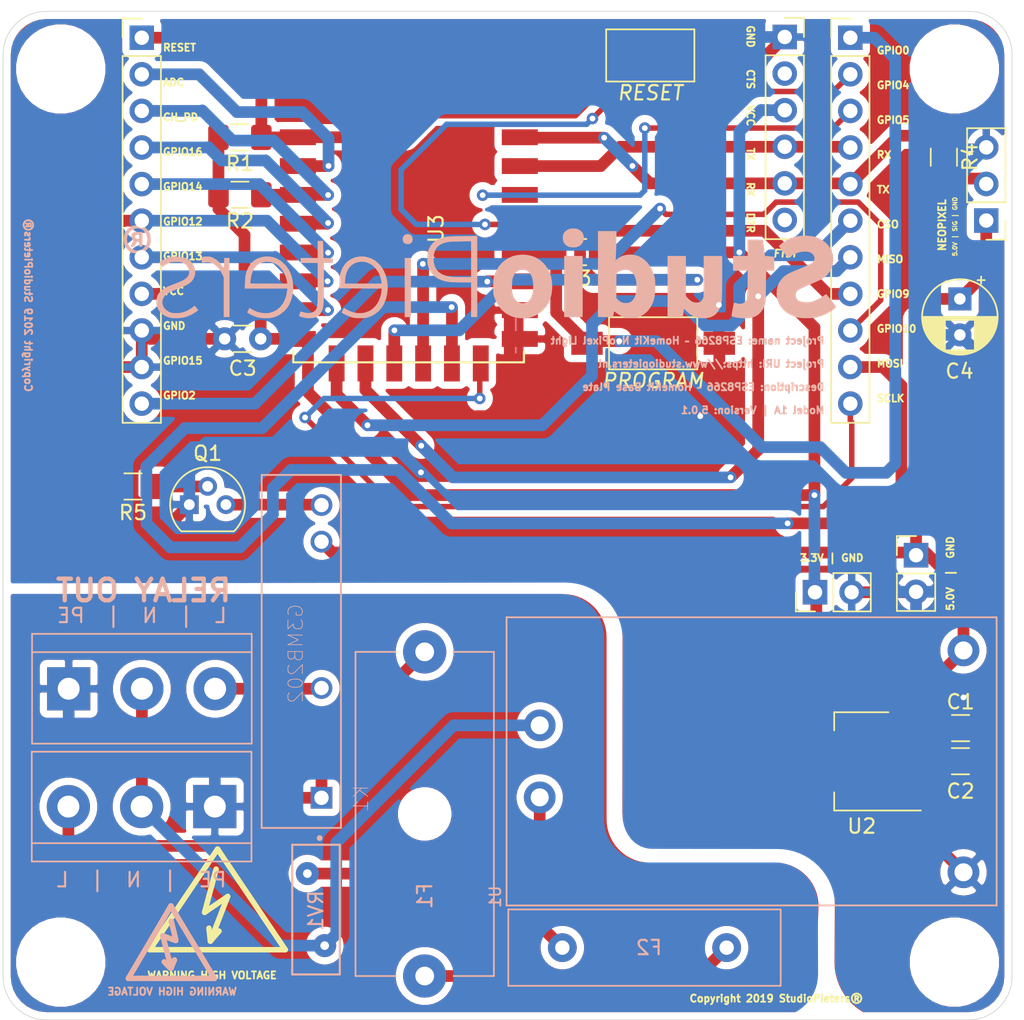
<source format=kicad_pcb>
(kicad_pcb (version 20171130) (host pcbnew "(5.1.2)-2")
  (title_block (title "ESP8266 HomeKit Base Plate") (date 2019-08-13) (rev 1.0.8) (company StudioPieters®) (comment 1 https://www.studiopieters.nl))
  (layers (0 F.Cu signal) (31 B.Cu signal) (34 B.Paste user hide) (35 F.Paste user) (36 B.SilkS user) (37 F.SilkS user) (38 B.Mask user) (39 F.Mask user) (44 Edge.Cuts user))
  (net 0 "")
  (net 1 GND)
  (net 2 5VCC)
  (net 3 3.3VCC)
  (net 4 "Net-(F1-Pad1)")
  (net 5 230V)
  (net 6 "Net-(F2-Pad1)")
  (net 7 Earth_Protective)
  (net 8 N)
  (net 9 "Net-(J2-Pad2)")
  (net 10 "Net-(J3-Pad2)")
  (net 11 RX)
  (net 12 TX)
  (net 13 "Net-(J3-Pad6)")
  (net 14 RESET)
  (net 15 ADC)
  (net 16 CH_PD)
  (net 17 GPIO16)
  (net 18 GPIO14)
  (net 19 GPIO12)
  (net 20 GPIO13)
  (net 21 GPIO2)
  (net 22 SCLK)
  (net 23 MOSI)
  (net 24 GPIO10)
  (net 25 GPIO9)
  (net 26 MISO)
  (net 27 CS0)
  (net 28 GPIO5)
  (net 29 GPIO4)
  (net 30 GPIO0)
  (net 31 "Net-(J8-Pad3)")
  (net 32 "Net-(K1-Pad4)")
  (net 33 "Net-(Q1-Pad2)")
  (module Connector_PinHeader_2.54mm:PinHeader_1x03_P2.54mm_Vertical (layer F.Cu) (at 126.45 62.01 180)
    (fp_text reference J2 hide)
    (fp_text value NEOPIXEL (at 3.06 -0.32 90) (layer F.SilkS) (effects (font (size 0.5 0.5) (thickness 0.125))))
    (pad 3 thru_hole oval (at 0 5.08 180) (size 1.7 1.7) (drill 1) (layers *.Cu *.Mask) (net 1 GND))
    (pad 2 thru_hole oval (at 0 2.54 180) (size 1.7 1.7) (drill 1) (layers *.Cu *.Mask) (net 9 "Net-(J2-Pad2)"))
    (pad 1 thru_hole rect (at 0 0 180) (size 1.7 1.7) (drill 1) (layers *.Cu *.Mask) (net 2 5VCC))
  )
  (module Connector_PinSocket_2.54mm:PinSocket_1x06_P2.54mm_Vertical (layer F.Cu) (at 112.47 49.27)
    (fp_text reference J3 hide)
    (fp_text value FTDI (at 0 15.03) (layer F.SilkS) (effects (font (size 0.5 0.5) (thickness 0.125) italic)))
    (pad 6 thru_hole oval (at 0 12.7) (size 1.7 1.7) (drill 1) (layers *.Cu *.Mask) (net 13 "Net-(J3-Pad6)"))
    (pad 5 thru_hole oval (at 0 10.16) (size 1.7 1.7) (drill 1) (layers *.Cu *.Mask) (net 12 TX))
    (pad 4 thru_hole oval (at 0 7.62) (size 1.7 1.7) (drill 1) (layers *.Cu *.Mask) (net 11 RX))
    (pad 3 thru_hole oval (at 0 5.08) (size 1.7 1.7) (drill 1) (layers *.Cu *.Mask) (net 3 3.3VCC))
    (pad 2 thru_hole oval (at 0 2.54) (size 1.7 1.7) (drill 1) (layers *.Cu *.Mask) (net 10 "Net-(J3-Pad2)"))
    (pad 1 thru_hole rect (at 0 0) (size 1.7 1.7) (drill 1) (layers *.Cu *.Mask) (net 1 GND))
  )
  (module Symbol:Symbol_HighVoltage_Type2_CopperTop_VerySmall (layer B.Cu) (at 68.2 111.82 180)
    (fp_text reference REF**)
    (fp_text value "WARNING HIGH VOLTAGE" (at -1.77 -3.71 180) (layer B.SilkS) (effects (font (size 0.5 0.5) (thickness 0.125)) (justify mirror)))
  )
  (module StudioPieters:StudioPieters_Kicad_Logo (layer B.Cu) (at 91.33 65.57 180)
    (fp_text reference G*** hide)
    (fp_text value LOGO hide)
  )
  (module Symbol:Symbol_HighVoltage_Type2_CopperTop_VerySmall (layer F.Cu) (at 73.12 109.83)
    (fp_text reference REF**)
    (fp_text value "WARNING HIGH VOLTAGE" (at -0.381 4.572) (layer F.SilkS) (effects (font (size 0.5 0.5) (thickness 0.125))))
  )
  (module RPi_Hat:RPi_Hat_Mounting_Hole (layer F.Cu) (at 62.24 51.49)
    (fp_text reference "" hide)
    (fp_text value "" hide)
    (pad "" np_thru_hole circle (at 0 0) (size 2.75 2.75) (drill 2.75) (layers *.Cu *.Mask) (clearance 1.725))
  )
  (module RPi_Hat:RPi_Hat_Mounting_Hole (layer F.Cu) (at 62.24 113.49)
    (fp_text reference "" hide)
    (fp_text value "" hide)
    (pad "" np_thru_hole circle (at 0 0) (size 2.75 2.75) (drill 2.75) (layers *.Cu *.Mask) (clearance 1.725))
  )
  (module RPi_Hat:RPi_Hat_Mounting_Hole (layer F.Cu) (at 124.24 113.49)
    (fp_text reference "" hide)
    (fp_text value "" hide)
    (pad "" np_thru_hole circle (at 0 0) (size 2.75 2.75) (drill 2.75) (layers *.Cu *.Mask) (clearance 1.725))
  )
  (module RPi_Hat:RPi_Hat_Mounting_Hole (layer F.Cu) (at 124.24 51.49)
    (fp_text reference "" hide)
    (fp_text value "" hide)
    (pad "" np_thru_hole circle (at 0 0) (size 2.75 2.75) (drill 2.75) (layers *.Cu *.Mask) (clearance 1.725))
  )
  (module Capacitor_SMD:C_1206_3216Metric_Pad1.42x1.75mm_HandSolder (layer F.Cu) (at 124.67 97.24)
    (fp_text reference C1 (at 0 -1.82) (layer F.SilkS))
    (fp_text value "10 μF 6,3V")
    (pad 2 smd roundrect (at 1.4875 0) (size 1.425 1.75) (layers F.Cu F.Paste F.Mask) (roundrect_rratio 0.175439) (net 1 GND))
    (pad 1 smd roundrect (at -1.4875 0) (size 1.425 1.75) (layers F.Cu F.Paste F.Mask) (roundrect_rratio 0.175439) (net 2 5VCC))
  )
  (module Capacitor_SMD:C_1206_3216Metric_Pad1.42x1.75mm_HandSolder (layer F.Cu) (at 124.66 99.54)
    (fp_text reference C2 (at 0.01 2.08) (layer F.SilkS))
    (fp_text value "10 μF 6,3V")
    (pad 1 smd roundrect (at -1.4875 0) (size 1.425 1.75) (layers F.Cu F.Paste F.Mask) (roundrect_rratio 0.175439) (net 3 3.3VCC))
    (pad 2 smd roundrect (at 1.4875 0) (size 1.425 1.75) (layers F.Cu F.Paste F.Mask) (roundrect_rratio 0.175439) (net 1 GND))
  )
  (module Capacitor_THT:C_Disc_D3.0mm_W1.6mm_P2.50mm (layer F.Cu) (at 76.11 70.22 180)
    (fp_text reference C3 (at 1.25 -2.05) (layer F.SilkS))
    (fp_text value 102)
    (pad 1 thru_hole circle (at 0 0 180) (size 1.6 1.6) (drill 0.8) (layers *.Cu *.Mask) (net 3 3.3VCC))
    (pad 2 thru_hole circle (at 2.5 0 180) (size 1.6 1.6) (drill 0.8) (layers *.Cu *.Mask) (net 1 GND))
  )
  (module Capacitor_THT:CP_Radial_D5.0mm_P2.50mm (layer F.Cu) (at 124.62 67.45 270)
    (fp_text reference C4 (at 5.02 0.03 180) (layer F.SilkS))
    (fp_text value "1000 µF 6.3V ")
    (pad 1 thru_hole rect (at 0 0 270) (size 1.6 1.6) (drill 0.8) (layers *.Cu *.Mask) (net 2 5VCC))
    (pad 2 thru_hole circle (at 2.5 0 270) (size 1.6 1.6) (drill 0.8) (layers *.Cu *.Mask) (net 1 GND))
  )
  (module Fuse:Fuseholder_Cylinder-5x20mm_Schurter_0031_8201_Horizontal_Open (layer B.Cu) (at 87.49 114.45 90)
    (fp_text reference F1 (at 5.56 0.01 270) (layer B.SilkS) (effects (justify mirror)))
    (fp_text value Fuse)
    (pad 1 thru_hole circle (at 0 0 90) (size 3 3) (drill 1.3) (layers *.Cu *.Mask) (net 4 "Net-(F1-Pad1)"))
    (pad 2 thru_hole circle (at 22.5 0 90) (size 3 3) (drill 1.3) (layers *.Cu *.Mask) (net 5 230V))
    (pad "" np_thru_hole circle (at 11.25 0 90) (size 2.7 2.7) (drill 2.7) (layers *.Cu *.Mask))
  )
  (module Fuse:Fuse_Littelfuse-LVR100 (layer B.Cu) (at 97.04 112.48)
    (fp_text reference F2 (at 6.01 0) (layer B.SilkS) (effects (justify mirror)))
    (fp_text value "Termal Fuse")
    (pad 1 thru_hole circle (at 0 0) (size 2 2) (drill 1) (layers *.Cu *.Mask) (net 6 "Net-(F2-Pad1)"))
    (pad 2 thru_hole circle (at 11.4 0) (size 2 2) (drill 1) (layers *.Cu *.Mask) (net 4 "Net-(F1-Pad1)"))
  )
  (module TerminalBlock:TerminalBlock_bornier-3_P5.08mm (layer B.Cu) (at 72.93 102.69 180)
    (fp_text reference J1)
    (fp_text value "PE  |  N  |  L" (at 5.08 -5.08) (layer B.SilkS) (effects (justify mirror)))
    (pad 1 thru_hole rect (at 0 0 180) (size 3 3) (drill 1.52) (layers *.Cu *.Mask) (net 7 Earth_Protective))
    (pad 2 thru_hole circle (at 5.08 0 180) (size 3 3) (drill 1.52) (layers *.Cu *.Mask) (net 8 N))
    (pad 3 thru_hole circle (at 10.16 0 180) (size 3 3) (drill 1.52) (layers *.Cu *.Mask) (net 5 230V))
  )
  (module Connector_PinHeader_2.54mm:PinHeader_1x11_P2.54mm_Vertical (layer F.Cu) (at 67.86 49.32)
    (fp_text reference J4 hide)
    (fp_text value Conn_01x11)
    (pad 1 thru_hole rect (at 0 0) (size 1.7 1.7) (drill 1) (layers *.Cu *.Mask) (net 14 RESET))
    (pad 2 thru_hole oval (at 0 2.54) (size 1.7 1.7) (drill 1) (layers *.Cu *.Mask) (net 15 ADC))
    (pad 3 thru_hole oval (at 0 5.08) (size 1.7 1.7) (drill 1) (layers *.Cu *.Mask) (net 16 CH_PD))
    (pad 4 thru_hole oval (at 0 7.62) (size 1.7 1.7) (drill 1) (layers *.Cu *.Mask) (net 17 GPIO16))
    (pad 5 thru_hole oval (at 0 10.16) (size 1.7 1.7) (drill 1) (layers *.Cu *.Mask) (net 18 GPIO14))
    (pad 6 thru_hole oval (at 0 12.7) (size 1.7 1.7) (drill 1) (layers *.Cu *.Mask) (net 19 GPIO12))
    (pad 7 thru_hole oval (at 0 15.24) (size 1.7 1.7) (drill 1) (layers *.Cu *.Mask) (net 20 GPIO13))
    (pad 8 thru_hole oval (at 0 17.78) (size 1.7 1.7) (drill 1) (layers *.Cu *.Mask) (net 3 3.3VCC))
    (pad 9 thru_hole oval (at 0 20.32) (size 1.7 1.7) (drill 1) (layers *.Cu *.Mask) (net 1 GND))
    (pad 10 thru_hole oval (at 0 22.86) (size 1.7 1.7) (drill 1) (layers *.Cu *.Mask) (net 1 GND))
    (pad 11 thru_hole oval (at 0 25.4) (size 1.7 1.7) (drill 1) (layers *.Cu *.Mask) (net 21 GPIO2))
  )
  (module Connector_PinHeader_2.54mm:PinHeader_1x11_P2.54mm_Vertical (layer F.Cu) (at 117.02 49.32)
    (fp_text reference J5 hide)
    (fp_text value Conn_01x11)
    (pad 11 thru_hole oval (at 0 25.4) (size 1.7 1.7) (drill 1) (layers *.Cu *.Mask) (net 22 SCLK))
    (pad 10 thru_hole oval (at 0 22.86) (size 1.7 1.7) (drill 1) (layers *.Cu *.Mask) (net 23 MOSI))
    (pad 9 thru_hole oval (at 0 20.32) (size 1.7 1.7) (drill 1) (layers *.Cu *.Mask) (net 24 GPIO10))
    (pad 8 thru_hole oval (at 0 17.78) (size 1.7 1.7) (drill 1) (layers *.Cu *.Mask) (net 25 GPIO9))
    (pad 7 thru_hole oval (at 0 15.24) (size 1.7 1.7) (drill 1) (layers *.Cu *.Mask) (net 26 MISO))
    (pad 6 thru_hole oval (at 0 12.7) (size 1.7 1.7) (drill 1) (layers *.Cu *.Mask) (net 27 CS0))
    (pad 5 thru_hole oval (at 0 10.16) (size 1.7 1.7) (drill 1) (layers *.Cu *.Mask) (net 12 TX))
    (pad 4 thru_hole oval (at 0 7.62) (size 1.7 1.7) (drill 1) (layers *.Cu *.Mask) (net 11 RX))
    (pad 3 thru_hole oval (at 0 5.08) (size 1.7 1.7) (drill 1) (layers *.Cu *.Mask) (net 28 GPIO5))
    (pad 2 thru_hole oval (at 0 2.54) (size 1.7 1.7) (drill 1) (layers *.Cu *.Mask) (net 29 GPIO4))
    (pad 1 thru_hole rect (at 0 0) (size 1.7 1.7) (drill 1) (layers *.Cu *.Mask) (net 30 GPIO0))
  )
  (module Connector_PinHeader_2.54mm:PinHeader_1x02_P2.54mm_Vertical (layer F.Cu) (at 114.57 87.81 90)
    (fp_text reference "3.3V | GND" (at 2.38 1.16) (layer F.SilkS) (effects (font (size 0.5 0.5) (thickness 0.125))))
    (fp_text value Conn_01x02)
    (pad 2 thru_hole oval (at 0 2.54 90) (size 1.7 1.7) (drill 1) (layers *.Cu *.Mask) (net 1 GND))
    (pad 1 thru_hole rect (at 0 0 90) (size 1.7 1.7) (drill 1) (layers *.Cu *.Mask) (net 3 3.3VCC))
  )
  (module Connector_PinHeader_2.54mm:PinHeader_1x02_P2.54mm_Vertical (layer F.Cu) (at 121.58 85.24)
    (fp_text reference "5.0V  |  GND" (at 2.38 1.27 -90) (layer F.SilkS) (effects (font (size 0.5 0.5) (thickness 0.125))))
    (fp_text value Conn_01x02)
    (pad 1 thru_hole rect (at 0 0) (size 1.7 1.7) (drill 1) (layers *.Cu *.Mask) (net 2 5VCC))
    (pad 2 thru_hole oval (at 0 2.54) (size 1.7 1.7) (drill 1) (layers *.Cu *.Mask) (net 1 GND))
  )
  (module TerminalBlock:TerminalBlock_bornier-3_P5.08mm (layer B.Cu) (at 62.79 94.51)
    (fp_text reference J8)
    (fp_text value "L  |  N  |  PE" (at 5.08 -5.08) (layer B.SilkS) (effects (justify mirror)))
    (pad 3 thru_hole circle (at 10.16 0) (size 3 3) (drill 1.52) (layers *.Cu *.Mask) (net 31 "Net-(J8-Pad3)"))
    (pad 2 thru_hole circle (at 5.08 0) (size 3 3) (drill 1.52) (layers *.Cu *.Mask) (net 8 N))
    (pad 1 thru_hole rect (at 0 0) (size 3 3) (drill 1.52) (layers *.Cu *.Mask) (net 7 Earth_Protective))
  )
  (module G3MB-202P:RELAY_G3MB202PDC12 (layer B.Cu) (at 78.93 91.92 90)
    (fp_text reference K1 (at -10.2246 4.14091 270) (layer B.SilkS) (effects (font (size 1.00143 1.00143) (thickness 0.05)) (justify mirror)))
    (fp_text value G3MB202 (at -0.15 -0.39 270) (layer B.SilkS) (effects (font (size 1.00306 1.00306) (thickness 0.05)) (justify mirror)))
    (pad 4 thru_hole circle (at 10.16 1.4 270) (size 1.508 1.508) (drill 1) (layers *.Cu *.Mask) (net 32 "Net-(K1-Pad4)"))
    (pad 3 thru_hole circle (at 7.62 1.4 270) (size 1.508 1.508) (drill 1) (layers *.Cu *.Mask) (net 2 5VCC))
    (pad 2 thru_hole circle (at -2.54 1.4 270) (size 1.508 1.508) (drill 1) (layers *.Cu *.Mask) (net 31 "Net-(J8-Pad3)"))
    (pad 1 thru_hole rect (at -10.16 1.4 270) (size 1.508 1.508) (drill 1) (layers *.Cu *.Mask) (net 5 230V))
  )
  (module Package_TO_SOT_THT:TO-92 (layer F.Cu) (at 71.16 81.73)
    (fp_text reference Q1 (at 1.27 -3.56) (layer F.SilkS))
    (fp_text value 2N2219)
    (pad 2 thru_hole circle (at 1.27 -1.27 90) (size 1.3 1.3) (drill 0.75) (layers *.Cu *.Mask) (net 33 "Net-(Q1-Pad2)"))
    (pad 3 thru_hole circle (at 2.54 0 90) (size 1.3 1.3) (drill 0.75) (layers *.Cu *.Mask) (net 32 "Net-(K1-Pad4)"))
    (pad 1 thru_hole rect (at 0 0 90) (size 1.3 1.3) (drill 0.75) (layers *.Cu *.Mask) (net 1 GND))
  )
  (module Resistor_SMD:R_1206_3216Metric_Pad1.42x1.75mm_HandSolder (layer F.Cu) (at 74.67 56.24 180)
    (fp_text reference R1 (at 0 -1.82) (layer F.SilkS))
    (fp_text value 10KΩ)
    (pad 1 smd roundrect (at -1.4875 0 180) (size 1.425 1.75) (layers F.Cu F.Paste F.Mask) (roundrect_rratio 0.175439) (net 14 RESET))
    (pad 2 smd roundrect (at 1.4875 0 180) (size 1.425 1.75) (layers F.Cu F.Paste F.Mask) (roundrect_rratio 0.175439) (net 3 3.3VCC))
  )
  (module Resistor_SMD:R_1206_3216Metric_Pad1.42x1.75mm_HandSolder (layer F.Cu) (at 74.67 60.22 180)
    (fp_text reference R2 (at 0 -1.82) (layer F.SilkS))
    (fp_text value 10KΩ)
    (pad 1 smd roundrect (at -1.4875 0 180) (size 1.425 1.75) (layers F.Cu F.Paste F.Mask) (roundrect_rratio 0.175439) (net 16 CH_PD))
    (pad 2 smd roundrect (at 1.4875 0 180) (size 1.425 1.75) (layers F.Cu F.Paste F.Mask) (roundrect_rratio 0.175439) (net 3 3.3VCC))
  )
  (module Resistor_SMD:R_1206_3216Metric_Pad1.42x1.75mm_HandSolder (layer F.Cu) (at 98.1 64.2 180)
    (fp_text reference R3 (at 0 -1.82) (layer F.SilkS))
    (fp_text value 10KΩ)
    (pad 2 smd roundrect (at 1.4875 0 180) (size 1.425 1.75) (layers F.Cu F.Paste F.Mask) (roundrect_rratio 0.175439) (net 30 GPIO0))
    (pad 1 smd roundrect (at -1.4875 0 180) (size 1.425 1.75) (layers F.Cu F.Paste F.Mask) (roundrect_rratio 0.175439) (net 3 3.3VCC))
  )
  (module Resistor_SMD:R_1206_3216Metric_Pad1.42x1.75mm_HandSolder (layer F.Cu) (at 123.51 57.61 270)
    (fp_text reference R4 (at 0 -1.82 90) (layer F.SilkS))
    (fp_text value 470Ω)
    (pad 2 smd roundrect (at 1.4875 0 270) (size 1.425 1.75) (layers F.Cu F.Paste F.Mask) (roundrect_rratio 0.175439) (net 9 "Net-(J2-Pad2)"))
    (pad 1 smd roundrect (at -1.4875 0 270) (size 1.425 1.75) (layers F.Cu F.Paste F.Mask) (roundrect_rratio 0.175439) (net 12 TX))
  )
  (module Resistor_SMD:R_1206_3216Metric_Pad1.42x1.75mm_HandSolder (layer F.Cu) (at 67.25 80.47 180)
    (fp_text reference R5 (at 0 -1.82) (layer F.SilkS))
    (fp_text value 470Ω)
    (pad 1 smd roundrect (at -1.4875 0 180) (size 1.425 1.75) (layers F.Cu F.Paste F.Mask) (roundrect_rratio 0.175439) (net 33 "Net-(Q1-Pad2)"))
    (pad 2 smd roundrect (at 1.4875 0 180) (size 1.425 1.75) (layers F.Cu F.Paste F.Mask) (roundrect_rratio 0.175439) (net 19 GPIO12))
  )
  (module Varistor:RV_Disc_D9mm_W3.3mm_P5mm (layer B.Cu) (at 79.35 107.34 270)
    (fp_text reference RV1 (at 2.57 -0.59 90) (layer B.SilkS) (effects (justify mirror)))
    (fp_text value Varistor)
    (pad 1 thru_hole circle (at 0 0 270) (size 1.6 1.6) (drill 0.6) (layers *.Cu *.Mask) (net 6 "Net-(F2-Pad1)"))
    (pad 2 thru_hole circle (at 5 -1.2 270) (size 1.6 1.6) (drill 0.6) (layers *.Cu *.Mask) (net 8 N))
  )
  (module Button_Switch_SMD:SW_SPST_FSMSM (layer F.Cu) (at 103.14 50.55 180)
    (fp_text reference RESET (at 0 -2.6) (layer F.SilkS) (effects (font (thickness 0.15) italic)))
    (fp_text value RESET)
    (pad 1 smd rect (at -4.59 0 180) (size 2.18 1.6) (layers F.Cu F.Paste F.Mask) (net 1 GND))
    (pad 2 smd rect (at 4.59 0 180) (size 2.18 1.6) (layers F.Cu F.Paste F.Mask) (net 14 RESET))
  )
  (module Button_Switch_SMD:SW_SPST_FSMSM (layer F.Cu) (at 103.34 70.53 180)
    (fp_text reference PROGRAM (at 0 -2.6) (layer F.SilkS) (effects (font (thickness 0.15) italic)))
    (fp_text value PROGRAM)
    (pad 2 smd rect (at 4.59 0 180) (size 2.18 1.6) (layers F.Cu F.Paste F.Mask) (net 30 GPIO0))
    (pad 1 smd rect (at -4.59 0 180) (size 2.18 1.6) (layers F.Cu F.Paste F.Mask) (net 1 GND))
  )
  (module HLK-PMXX:HLK-PM01 (layer B.Cu) (at 110.17 99.55)
    (fp_text reference U1 (at -17.78 9.398 -90) (layer B.SilkS) (effects (font (size 0.762 0.762) (thickness 0.127)) (justify mirror)))
    (fp_text value HLK-PM01)
    (pad 1 thru_hole circle (at -14.7 2.5) (size 2.2 2.2) (drill 1.25) (layers *.Cu *.Mask) (net 6 "Net-(F2-Pad1)"))
    (pad 2 thru_hole circle (at -14.7 -2.5) (size 2.2 2.2) (drill 1.25) (layers *.Cu *.Mask) (net 8 N))
    (pad 3 thru_hole circle (at 14.7 7.7) (size 2.2 2.2) (drill 1.25) (layers *.Cu *.Mask) (net 1 GND))
    (pad 4 thru_hole circle (at 14.7 -7.7) (size 2.2 2.2) (drill 1.25) (layers *.Cu *.Mask) (net 2 5VCC))
  )
  (module Package_TO_SOT_SMD:SOT-223-3_TabPin2 (layer F.Cu) (at 117.81 99.55 180)
    (fp_text reference U2 (at 0 -4.5) (layer F.SilkS))
    (fp_text value AMS1117-3.3)
    (pad 2 smd rect (at 3.15 0 180) (size 2 3.8) (layers F.Cu F.Paste F.Mask) (net 3 3.3VCC))
    (pad 2 smd rect (at -3.15 0 180) (size 2 1.5) (layers F.Cu F.Paste F.Mask) (net 3 3.3VCC))
    (pad 3 smd rect (at -3.15 2.3 180) (size 2 1.5) (layers F.Cu F.Paste F.Mask) (net 2 5VCC))
    (pad 1 smd rect (at -3.15 -2.3 180) (size 2 1.5) (layers F.Cu F.Paste F.Mask) (net 1 GND))
  )
  (module ESP8266:ESP-12E_SMD (layer F.Cu) (at 79.39 56.23)
    (fp_text reference U3 (at 8.89 6.35 90) (layer F.SilkS))
    (fp_text value ESP-12F hide)
    (pad 1 smd rect (at 0 0) (size 2.5 1.1) (drill (offset -0.7 0)) (layers F.Cu F.Paste F.Mask) (net 14 RESET))
    (pad 2 smd rect (at 0 2) (size 2.5 1.1) (drill (offset -0.7 0)) (layers F.Cu F.Paste F.Mask) (net 15 ADC))
    (pad 3 smd rect (at 0 4) (size 2.5 1.1) (drill (offset -0.7 0)) (layers F.Cu F.Paste F.Mask) (net 16 CH_PD))
    (pad 4 smd rect (at 0 6) (size 2.5 1.1) (drill (offset -0.7 0)) (layers F.Cu F.Paste F.Mask) (net 17 GPIO16))
    (pad 5 smd rect (at 0 8) (size 2.5 1.1) (drill (offset -0.7 0)) (layers F.Cu F.Paste F.Mask) (net 18 GPIO14))
    (pad 6 smd rect (at 0 10) (size 2.5 1.1) (drill (offset -0.7 0)) (layers F.Cu F.Paste F.Mask) (net 19 GPIO12))
    (pad 7 smd rect (at 0 12) (size 2.5 1.1) (drill (offset -0.7 0)) (layers F.Cu F.Paste F.Mask) (net 20 GPIO13))
    (pad 8 smd rect (at 0 14) (size 2.5 1.1) (drill (offset -0.7 0)) (layers F.Cu F.Paste F.Mask) (net 3 3.3VCC))
    (pad 9 smd rect (at 14 14) (size 2.5 1.1) (drill (offset 0.7 0)) (layers F.Cu F.Paste F.Mask) (net 1 GND))
    (pad 10 smd rect (at 14 12) (size 2.5 1.1) (drill (offset 0.7 0)) (layers F.Cu F.Paste F.Mask) (net 1 GND))
    (pad 11 smd rect (at 14 10) (size 2.5 1.1) (drill (offset 0.7 0)) (layers F.Cu F.Paste F.Mask) (net 21 GPIO2))
    (pad 12 smd rect (at 14 8) (size 2.5 1.1) (drill (offset 0.7 0)) (layers F.Cu F.Paste F.Mask) (net 30 GPIO0))
    (pad 13 smd rect (at 14 6) (size 2.5 1.1) (drill (offset 0.7 0)) (layers F.Cu F.Paste F.Mask) (net 29 GPIO4))
    (pad 14 smd rect (at 14 4) (size 2.5 1.1) (drill (offset 0.7 0)) (layers F.Cu F.Paste F.Mask) (net 28 GPIO5))
    (pad 15 smd rect (at 14 2) (size 2.5 1.1) (drill (offset 0.7 0)) (layers F.Cu F.Paste F.Mask) (net 11 RX))
    (pad 16 smd rect (at 14 0) (size 2.5 1.1) (drill (offset 0.7 0)) (layers F.Cu F.Paste F.Mask) (net 12 TX))
    (pad 17 smd rect (at 1.99 15 90) (size 2.5 1.1) (drill (offset -0.7 0)) (layers F.Cu F.Paste F.Mask) (net 27 CS0))
    (pad 18 smd rect (at 3.99 15 90) (size 2.5 1.1) (drill (offset -0.7 0)) (layers F.Cu F.Paste F.Mask) (net 26 MISO))
    (pad 19 smd rect (at 5.99 15 90) (size 2.5 1.1) (drill (offset -0.7 0)) (layers F.Cu F.Paste F.Mask) (net 25 GPIO9))
    (pad 20 smd rect (at 7.99 15 90) (size 2.5 1.1) (drill (offset -0.7 0)) (layers F.Cu F.Paste F.Mask) (net 24 GPIO10))
    (pad 21 smd rect (at 9.99 15 90) (size 2.5 1.1) (drill (offset -0.7 0)) (layers F.Cu F.Paste F.Mask) (net 23 MOSI))
    (pad 22 smd rect (at 11.99 15 90) (size 2.5 1.1) (drill (offset -0.7 0)) (layers F.Cu F.Paste F.Mask) (net 22 SCLK))
  )
  (gr_text "Copyright 2019 StudioPieters®" (at 59.98 67.89 -90) (layer B.SilkS) (effects (font (size 0.5 0.5) (thickness 0.125)) (justify mirror)))
  (gr_text "RELAY OUT" (at 67.98 87.69) (layer B.SilkS) (effects (font (size 1.5 1.5) (thickness 0.3)) (justify mirror)))
  (gr_text "5.0V | SIG | GND" (at 124.28 62.43 90) (layer F.SilkS) (effects (font (size 0.3 0.3) (thickness 0.075))))
  (gr_text "GND    CTS   VCC    TX    RX   DTR" (at 110.09 48.39 270) (layer F.SilkS) (effects (font (size 0.5 0.5) (thickness 0.125)) (justify left)))
  (gr_text "RESET\n\n\nADC\n\n\nCH_PD\n\n\nGPIO16\n\n\nGPIO14\n\n\nGPIO12\n\n\nGPIO13\n\n\nVCC\n\n\nGND\n\n\nGPIO15\n\n\nGPIO2" (at 69.27 62.08) (layer F.SilkS) (effects (font (size 0.5 0.5) (thickness 0.125)) (justify left)))
  (gr_text "GPIO0\n\n\nGPIO4\n\n\nGPIO5\n\n\nRX\n\n\nTX\n\n\nCSO\n\n\nMISO\n\n\nGPIO9\n\n\nGPIO10\n\n\nMOSI\n\n\nSCLK" (at 118.79 62.28) (layer F.SilkS) (effects (font (size 0.5 0.5) (thickness 0.125)) (justify left)))
  (gr_line (start 128.24 114.49) (end 128.24 50.49) (layer Edge.Cuts) (width 0.05))
  (gr_line (start 61.24 117.49) (end 125.24 117.49) (layer Edge.Cuts) (width 0.05))
  (gr_line (start 58.24 50.49) (end 58.24 114.49) (layer Edge.Cuts) (width 0.05))
  (gr_line (start 61.24 47.49) (end 125.24 47.49) (layer Edge.Cuts) (width 0.05))
  (gr_text "Project name: ESP8266 – HomeKit NeoPixel Light\n\nProject URI: https://www.studiopieters.nl\n\nDescription: ESP8266 – HomeKit Base Plate\n\nModel 1A | Version: 5.0.1" (at 115.28 72.76) (layer B.SilkS) (effects (font (size 0.5 0.5) (thickness 0.125)) (justify left mirror)))
  (gr_text "Copyright 2019 StudioPieters®" (at 111.88 116.01) (layer F.SilkS) (effects (font (size 0.5 0.5) (thickness 0.125))))
  (gr_arc (start 125.24 50.49) (end 128.24 50.49) (angle -90) (layer Edge.Cuts) (width 0.05))
  (gr_arc (start 125.24 114.49) (end 125.24 117.49) (angle -90) (layer Edge.Cuts) (width 0.05))
  (gr_arc (start 61.24 114.49) (end 58.24 114.49) (angle -90) (layer Edge.Cuts) (width 0.05))
  (gr_arc (start 61.24 50.49) (end 61.24 47.49) (angle -90) (layer Edge.Cuts) (width 0.05))
  (segment (start 120.96 103.34) (end 124.87 107.25) (width 0.8128) (layer F.Cu) (net 1))
  (segment (start 120.96 101.85) (end 120.96 103.34) (width 0.8128) (layer F.Cu) (net 1))
  (segment (start 123.8375 101.85) (end 126.1475 99.54) (width 0.8128) (layer F.Cu) (net 1))
  (segment (start 120.96 101.85) (end 123.8375 101.85) (width 0.8128) (layer F.Cu) (net 1))
  (segment (start 126.1475 97.25) (end 126.1575 97.24) (width 0.8128) (layer F.Cu) (net 1))
  (segment (start 126.1475 99.54) (end 126.1475 97.25) (width 0.8128) (layer F.Cu) (net 1))
  (segment (start 121.55 87.81) (end 121.58 87.78) (width 0.8128) (layer F.Cu) (net 1))
  (segment (start 117.11 87.81) (end 121.55 87.81) (width 0.8128) (layer F.Cu) (net 1))
  (via (at 124.87 95.11) (size 0.8) (drill 0.4) (layers F.Cu B.Cu) (net 1))
  (segment (start 121.58 87.78) (end 121.58 91.82) (width 0.8128) (layer B.Cu) (net 1))
  (segment (start 121.58 91.82) (end 124.87 95.11) (width 0.8128) (layer B.Cu) (net 1))
  (segment (start 124.87 95.11) (end 125.93 95.11) (width 0.8128) (layer F.Cu) (net 1))
  (segment (start 126.1575 95.3375) (end 126.1575 97.24) (width 0.8128) (layer F.Cu) (net 1))
  (segment (start 125.93 95.11) (end 126.1575 95.3375) (width 0.8128) (layer F.Cu) (net 1))
  (segment (start 71.16 81.73) (end 69.89 83) (width 0.8128) (layer F.Cu) (net 1))
  (segment (start 68.968852 83) (end 67.22 81.251148) (width 0.8128) (layer F.Cu) (net 1))
  (segment (start 69.89 83) (end 68.968852 83) (width 0.8128) (layer F.Cu) (net 1))
  (segment (start 67.22 81.251148) (end 67.22 79.26) (width 0.8128) (layer F.Cu) (net 1))
  (segment (start 67.22 79.26) (end 63.88 75.92) (width 0.8128) (layer F.Cu) (net 1))
  (segment (start 63.88 75.92) (end 63.88 72.9) (width 0.8128) (layer F.Cu) (net 1))
  (segment (start 64.6 72.18) (end 67.86 72.18) (width 0.8128) (layer F.Cu) (net 1))
  (segment (start 63.88 72.9) (end 64.6 72.18) (width 0.8128) (layer F.Cu) (net 1))
  (segment (start 67.86 72.18) (end 67.86 69.64) (width 0.8128) (layer F.Cu) (net 1))
  (segment (start 68.44 70.22) (end 67.86 69.64) (width 0.8128) (layer F.Cu) (net 1))
  (segment (start 73.61 70.22) (end 68.44 70.22) (width 0.8128) (layer F.Cu) (net 1))
  (segment (start 111.19 50.55) (end 112.47 49.27) (width 0.8128) (layer F.Cu) (net 1))
  (segment (start 107.73 50.55) (end 111.19 50.55) (width 0.8128) (layer F.Cu) (net 1))
  (segment (start 124.62 69.95) (end 125.96 71.29) (width 0.8128) (layer B.Cu) (net 1))
  (segment (start 122.782081 87.78) (end 121.58 87.78) (width 0.8128) (layer B.Cu) (net 1))
  (segment (start 125.96 84.602081) (end 122.782081 87.78) (width 0.8128) (layer B.Cu) (net 1))
  (segment (start 125.96 71.29) (end 125.96 84.602081) (width 0.8128) (layer B.Cu) (net 1))
  (segment (start 123.48863 69.95) (end 122.55 69.01137) (width 0.8128) (layer B.Cu) (net 1))
  (segment (start 124.62 69.95) (end 123.48863 69.95) (width 0.8128) (layer B.Cu) (net 1))
  (segment (start 122.55 60.83) (end 126.45 56.93) (width 0.8128) (layer B.Cu) (net 1))
  (segment (start 122.55 69.01137) (end 122.55 60.83) (width 0.8128) (layer B.Cu) (net 1))
  (segment (start 93.39 68.23) (end 93.39 70.23) (width 0.8128) (layer F.Cu) (net 1))
  (segment (start 93.39 70.23) (end 93.39 71.64) (width 0.8128) (layer F.Cu) (net 1))
  (segment (start 93.39 71.64) (end 97.34 75.59) (width 0.8128) (layer F.Cu) (net 1))
  (segment (start 97.34 75.59) (end 106.61 75.59) (width 0.8128) (layer F.Cu) (net 1))
  (segment (start 107.93 74.27) (end 107.93 70.53) (width 0.8128) (layer F.Cu) (net 1))
  (segment (start 106.61 75.59) (end 107.93 74.27) (width 0.8128) (layer F.Cu) (net 1))
  (via (at 87.23 79.49) (size 0.8) (drill 0.4) (layers F.Cu B.Cu) (net 1))
  (segment (start 97.34 75.59) (end 91.13 75.59) (width 0.8128) (layer F.Cu) (net 1))
  (segment (start 91.13 75.59) (end 87.23 79.49) (width 0.8128) (layer F.Cu) (net 1))
  (segment (start 87.23 79.49) (end 85.17 77.43) (width 0.8128) (layer B.Cu) (net 1))
  (segment (start 85.17 77.43) (end 72.32 77.43) (width 0.8128) (layer B.Cu) (net 1))
  (segment (start 71.16 78.59) (end 71.16 81.73) (width 0.8128) (layer B.Cu) (net 1))
  (segment (start 72.32 77.43) (end 71.16 78.59) (width 0.8128) (layer B.Cu) (net 1))
  (segment (start 110.8072 49.27) (end 109.86 50.2172) (width 0.8128) (layer B.Cu) (net 1))
  (segment (start 112.47 49.27) (end 110.8072 49.27) (width 0.8128) (layer B.Cu) (net 1))
  (segment (start 109.86 50.2172) (end 109.86 53.34) (width 0.8128) (layer B.Cu) (net 1))
  (via (at 107.9 67.87) (size 0.8) (drill 0.4) (layers F.Cu B.Cu) (net 1))
  (segment (start 109.86 53.34) (end 107.9 55.3) (width 0.8128) (layer B.Cu) (net 1))
  (segment (start 107.9 55.3) (end 107.9 67.87) (width 0.8128) (layer B.Cu) (net 1))
  (segment (start 107.9 70.5) (end 107.93 70.53) (width 0.8128) (layer F.Cu) (net 1))
  (segment (start 107.9 67.87) (end 107.9 70.5) (width 0.8128) (layer F.Cu) (net 1))
  (segment (start 120.377919 87.78) (end 115.78 83.182081) (width 0.8128) (layer B.Cu) (net 1))
  (segment (start 121.58 87.78) (end 120.377919 87.78) (width 0.8128) (layer B.Cu) (net 1))
  (segment (start 115.78 83.182081) (end 115.78 80.46) (width 0.8128) (layer B.Cu) (net 1))
  (segment (start 115.78 80.46) (end 114.86 79.54) (width 0.8128) (layer B.Cu) (net 1))
  (via (at 106.61 75.59) (size 0.8) (drill 0.4) (layers F.Cu B.Cu) (net 1))
  (segment (start 114.86 79.54) (end 110.56 79.54) (width 0.8128) (layer B.Cu) (net 1))
  (segment (start 110.56 79.54) (end 106.61 75.59) (width 0.8128) (layer B.Cu) (net 1))
  (segment (start 120.97 97.24) (end 120.96 97.25) (width 0.8128) (layer F.Cu) (net 2))
  (segment (start 123.1825 97.24) (end 120.97 97.24) (width 0.8128) (layer F.Cu) (net 2))
  (segment (start 123.1825 93.5375) (end 124.87 91.85) (width 0.8128) (layer F.Cu) (net 2))
  (segment (start 123.1825 97.24) (end 123.1825 93.5375) (width 0.8128) (layer F.Cu) (net 2))
  (segment (start 81.083999 85.053999) (end 122.253999 85.053999) (width 0.8128) (layer F.Cu) (net 2))
  (segment (start 80.33 84.3) (end 81.083999 85.053999) (width 0.8128) (layer F.Cu) (net 2))
  (segment (start 122.253999 85.053999) (end 124.88 87.68) (width 0.8128) (layer F.Cu) (net 2))
  (segment (start 124.87 87.69) (end 124.87 91.85) (width 0.8128) (layer F.Cu) (net 2))
  (segment (start 124.88 87.68) (end 124.87 87.69) (width 0.8128) (layer F.Cu) (net 2))
  (segment (start 126.45 65.62) (end 124.62 67.45) (width 0.8128) (layer F.Cu) (net 2))
  (segment (start 126.45 62.01) (end 126.45 65.62) (width 0.8128) (layer F.Cu) (net 2))
  (segment (start 121.58 68.8772) (end 121.58 85.24) (width 0.8128) (layer F.Cu) (net 2))
  (segment (start 123.0072 67.45) (end 121.58 68.8772) (width 0.8128) (layer F.Cu) (net 2))
  (segment (start 124.62 67.45) (end 123.0072 67.45) (width 0.8128) (layer F.Cu) (net 2))
  (segment (start 120.97 99.54) (end 120.96 99.55) (width 0.8128) (layer F.Cu) (net 3))
  (segment (start 123.1725 99.54) (end 120.97 99.54) (width 0.8128) (layer F.Cu) (net 3))
  (segment (start 120.96 99.55) (end 114.66 99.55) (width 0.8128) (layer F.Cu) (net 3))
  (segment (start 114.66 87.9) (end 114.57 87.81) (width 0.8128) (layer F.Cu) (net 3))
  (segment (start 114.66 99.55) (end 114.66 87.9) (width 0.8128) (layer F.Cu) (net 3))
  (segment (start 79.38 70.22) (end 79.39 70.23) (width 0.8128) (layer F.Cu) (net 3))
  (segment (start 76.11 70.22) (end 79.38 70.22) (width 0.8128) (layer F.Cu) (net 3))
  (segment (start 69.062081 67.1) (end 69.072081 67.11) (width 0.8128) (layer F.Cu) (net 3))
  (segment (start 67.86 67.1) (end 69.062081 67.1) (width 0.8128) (layer F.Cu) (net 3))
  (segment (start 69.072081 67.11) (end 74.99 67.11) (width 0.8128) (layer F.Cu) (net 3))
  (segment (start 74.99 67.11) (end 76.13 68.25) (width 0.8128) (layer F.Cu) (net 3))
  (segment (start 76.11 68.27) (end 76.11 70.22) (width 0.8128) (layer F.Cu) (net 3))
  (segment (start 76.13 68.25) (end 76.11 68.27) (width 0.8128) (layer F.Cu) (net 3))
  (segment (start 74.99 63.0025) (end 74.99 67.11) (width 0.8128) (layer F.Cu) (net 3))
  (segment (start 73.1825 61.195) (end 74.99 63.0025) (width 0.8128) (layer F.Cu) (net 3))
  (segment (start 73.1825 60.22) (end 73.1825 61.195) (width 0.8128) (layer F.Cu) (net 3))
  (segment (start 73.1825 56.24) (end 73.1825 60.22) (width 0.8128) (layer F.Cu) (net 3))
  (segment (start 79.39 70.23) (end 79.39 73.93) (width 0.8128) (layer F.Cu) (net 3))
  (via (at 114.53 81.07) (size 0.8) (drill 0.4) (layers F.Cu B.Cu) (net 3))
  (segment (start 79.39 73.93) (end 86.53 81.07) (width 0.8128) (layer F.Cu) (net 3))
  (segment (start 86.53 81.07) (end 114.53 81.07) (width 0.8128) (layer F.Cu) (net 3))
  (segment (start 114.53 87.77) (end 114.57 87.81) (width 0.8128) (layer B.Cu) (net 3))
  (segment (start 114.53 81.07) (end 114.53 87.77) (width 0.8128) (layer B.Cu) (net 3))
  (segment (start 100.4 64.2) (end 100.42 64.22) (width 0.8128) (layer F.Cu) (net 3))
  (segment (start 99.5875 64.2) (end 100.4 64.2) (width 0.8128) (layer F.Cu) (net 3))
  (segment (start 100.42 64.22) (end 109.32 64.22) (width 0.8128) (layer F.Cu) (net 3))
  (segment (start 114.53 69.43) (end 114.53 81.07) (width 0.8128) (layer F.Cu) (net 3))
  (segment (start 109.32 64.22) (end 114.53 69.43) (width 0.8128) (layer F.Cu) (net 3))
  (segment (start 111.267919 54.35) (end 111.257919 54.34) (width 0.8128) (layer B.Cu) (net 3))
  (segment (start 112.47 54.35) (end 111.267919 54.35) (width 0.8128) (layer B.Cu) (net 3))
  (segment (start 111.257919 54.34) (end 110.82 54.34) (width 0.8128) (layer B.Cu) (net 3))
  (via (at 109.32 64.22) (size 0.8) (drill 0.4) (layers F.Cu B.Cu) (net 3))
  (segment (start 110.82 54.34) (end 109.32 55.84) (width 0.8128) (layer B.Cu) (net 3))
  (segment (start 109.32 55.84) (end 109.32 64.22) (width 0.8128) (layer B.Cu) (net 3))
  (segment (start 89.61132 114.45) (end 90.63132 115.47) (width 0.8128) (layer F.Cu) (net 4))
  (segment (start 87.49 114.45) (end 89.61132 114.45) (width 0.8128) (layer F.Cu) (net 4))
  (segment (start 105.45 115.47) (end 108.44 112.48) (width 0.8128) (layer F.Cu) (net 4))
  (segment (start 90.63132 115.47) (end 105.45 115.47) (width 0.8128) (layer F.Cu) (net 4))
  (segment (start 62.77 104.81132) (end 63.37868 105.42) (width 0.8128) (layer F.Cu) (net 5))
  (segment (start 62.77 102.69) (end 62.77 104.81132) (width 0.8128) (layer F.Cu) (net 5))
  (segment (start 78.7632 102.08) (end 80.33 102.08) (width 0.8128) (layer F.Cu) (net 5))
  (segment (start 75.4232 105.42) (end 78.7632 102.08) (width 0.8128) (layer F.Cu) (net 5))
  (segment (start 63.37868 105.42) (end 75.4232 105.42) (width 0.8128) (layer F.Cu) (net 5))
  (segment (start 80.33 99.11) (end 87.49 91.95) (width 0.8128) (layer F.Cu) (net 5))
  (segment (start 80.33 102.08) (end 80.33 99.11) (width 0.8128) (layer F.Cu) (net 5))
  (segment (start 95.47 110.91) (end 95.47 102.05) (width 0.8128) (layer F.Cu) (net 6))
  (segment (start 97.04 112.48) (end 95.47 110.91) (width 0.8128) (layer F.Cu) (net 6))
  (segment (start 91.9 107.34) (end 79.35 107.34) (width 0.8128) (layer F.Cu) (net 6))
  (segment (start 97.04 112.48) (end 91.9 107.34) (width 0.8128) (layer F.Cu) (net 6))
  (segment (start 72.93 100.3772) (end 72.93 102.69) (width 0.8128) (layer B.Cu) (net 7))
  (segment (start 71.1128 98.56) (end 72.93 100.3772) (width 0.8128) (layer B.Cu) (net 7))
  (segment (start 64.5272 98.56) (end 71.1128 98.56) (width 0.8128) (layer B.Cu) (net 7))
  (segment (start 62.79 96.8228) (end 64.5272 98.56) (width 0.8128) (layer B.Cu) (net 7))
  (segment (start 62.79 94.51) (end 62.79 96.8228) (width 0.8128) (layer B.Cu) (net 7))
  (segment (start 67.87 102.67) (end 67.85 102.69) (width 0.8128) (layer F.Cu) (net 8))
  (segment (start 67.87 94.51) (end 67.87 102.67) (width 0.8128) (layer F.Cu) (net 8))
  (segment (start 77.5 112.34) (end 80.55 112.34) (width 0.8128) (layer B.Cu) (net 8))
  (segment (start 67.85 102.69) (end 77.5 112.34) (width 0.8128) (layer B.Cu) (net 8))
  (segment (start 81.349999 111.540001) (end 81.349999 105.200001) (width 0.8128) (layer B.Cu) (net 8))
  (segment (start 80.55 112.34) (end 81.349999 111.540001) (width 0.8128) (layer B.Cu) (net 8))
  (segment (start 89.5 97.05) (end 95.47 97.05) (width 0.8128) (layer B.Cu) (net 8))
  (segment (start 81.349999 105.200001) (end 89.5 97.05) (width 0.8128) (layer B.Cu) (net 8))
  (segment (start 126.0775 59.0975) (end 126.45 59.47) (width 0.8128) (layer F.Cu) (net 9))
  (segment (start 123.51 59.0975) (end 126.0775 59.0975) (width 0.8128) (layer F.Cu) (net 9))
  (segment (start 112.47 56.89) (end 101.04 56.89) (width 0.8128) (layer F.Cu) (net 11))
  (segment (start 99.7 58.23) (end 93.39 58.23) (width 0.8128) (layer F.Cu) (net 11))
  (segment (start 101.04 56.89) (end 99.7 58.23) (width 0.8128) (layer F.Cu) (net 11))
  (segment (start 116.97 56.89) (end 117.02 56.94) (width 0.8128) (layer F.Cu) (net 11))
  (segment (start 112.47 56.89) (end 116.97 56.89) (width 0.8128) (layer F.Cu) (net 11))
  (segment (start 116.97 59.43) (end 117.02 59.48) (width 0.8128) (layer F.Cu) (net 12))
  (segment (start 112.47 59.43) (end 116.97 59.43) (width 0.8128) (layer F.Cu) (net 12))
  (segment (start 117.03 59.47) (end 117.02 59.48) (width 0.8128) (layer F.Cu) (net 12))
  (via (at 101.9 58.22) (size 0.8) (drill 0.4) (layers F.Cu B.Cu) (net 12))
  (segment (start 112.47 59.43) (end 103.11 59.43) (width 0.8128) (layer F.Cu) (net 12))
  (segment (start 103.11 59.43) (end 101.9 58.22) (width 0.8128) (layer F.Cu) (net 12))
  (via (at 99.94 56.26) (size 0.8) (drill 0.4) (layers F.Cu B.Cu) (net 12))
  (segment (start 101.9 58.22) (end 99.94 56.26) (width 0.8128) (layer B.Cu) (net 12))
  (segment (start 93.42 56.26) (end 93.39 56.23) (width 0.8128) (layer F.Cu) (net 12))
  (segment (start 99.94 56.26) (end 93.42 56.26) (width 0.8128) (layer F.Cu) (net 12))
  (segment (start 120.3775 56.1225) (end 117.02 59.48) (width 0.8128) (layer F.Cu) (net 12))
  (segment (start 123.51 56.1225) (end 120.3775 56.1225) (width 0.8128) (layer F.Cu) (net 12))
  (segment (start 79.38 56.24) (end 79.39 56.23) (width 0.8128) (layer F.Cu) (net 14))
  (segment (start 76.1575 56.24) (end 79.38 56.24) (width 0.8128) (layer F.Cu) (net 14))
  (segment (start 67.86 49.32) (end 75.19 49.32) (width 0.8128) (layer F.Cu) (net 14))
  (segment (start 76.1575 50.2875) (end 76.1575 56.24) (width 0.8128) (layer F.Cu) (net 14))
  (segment (start 75.19 49.32) (end 76.1575 50.2875) (width 0.8128) (layer F.Cu) (net 14))
  (segment (start 79.39 56.23) (end 86.19 56.23) (width 0.8128) (layer F.Cu) (net 14))
  (segment (start 86.19 56.23) (end 87.9 54.52) (width 0.8128) (layer F.Cu) (net 14))
  (segment (start 87.9 54.52) (end 97.86 54.52) (width 0.8128) (layer F.Cu) (net 14))
  (segment (start 97.86 54.52) (end 98.58 53.8) (width 0.8128) (layer F.Cu) (net 14))
  (segment (start 98.55 53.77) (end 98.55 50.55) (width 0.8128) (layer F.Cu) (net 14))
  (segment (start 98.58 53.8) (end 98.55 53.77) (width 0.8128) (layer F.Cu) (net 14))
  (via (at 80.82 58.22) (size 0.8) (drill 0.4) (layers F.Cu B.Cu) (net 15))
  (segment (start 79.39 58.23) (end 80.81 58.23) (width 0.8128) (layer F.Cu) (net 15))
  (segment (start 80.81 58.23) (end 80.82 58.22) (width 0.8128) (layer F.Cu) (net 15))
  (segment (start 71.84 51.86) (end 67.86 51.86) (width 0.8128) (layer B.Cu) (net 15))
  (segment (start 74.46 54.48) (end 71.84 51.86) (width 0.8128) (layer B.Cu) (net 15))
  (segment (start 78.99 54.48) (end 74.46 54.48) (width 0.8128) (layer B.Cu) (net 15))
  (segment (start 80.82 58.22) (end 80.82 56.31) (width 0.8128) (layer B.Cu) (net 15))
  (segment (start 80.82 56.31) (end 78.99 54.48) (width 0.8128) (layer B.Cu) (net 15))
  (segment (start 79.38 60.22) (end 79.39 60.23) (width 0.8128) (layer F.Cu) (net 16))
  (segment (start 76.1575 60.22) (end 79.38 60.22) (width 0.8128) (layer F.Cu) (net 16))
  (via (at 80.79 60.24) (size 0.8) (drill 0.4) (layers F.Cu B.Cu) (net 16))
  (segment (start 79.39 60.23) (end 80.78 60.23) (width 0.8128) (layer F.Cu) (net 16))
  (segment (start 80.78 60.23) (end 80.79 60.24) (width 0.8128) (layer F.Cu) (net 16))
  (segment (start 72.03 54.4) (end 67.86 54.4) (width 0.8128) (layer B.Cu) (net 16))
  (segment (start 72.06 54.37) (end 72.03 54.4) (width 0.8128) (layer B.Cu) (net 16))
  (segment (start 74.15 56.46) (end 72.06 54.37) (width 0.8128) (layer B.Cu) (net 16))
  (segment (start 80.79 60.24) (end 77.01 56.46) (width 0.8128) (layer B.Cu) (net 16))
  (segment (start 77.01 56.46) (end 74.15 56.46) (width 0.8128) (layer B.Cu) (net 16))
  (via (at 80.79 62.18) (size 0.8) (drill 0.4) (layers F.Cu B.Cu) (net 17))
  (segment (start 79.39 62.23) (end 80.74 62.23) (width 0.8128) (layer F.Cu) (net 17))
  (segment (start 80.74 62.23) (end 80.79 62.18) (width 0.8128) (layer F.Cu) (net 17))
  (segment (start 80.79 62.18) (end 76.45 57.84) (width 0.8128) (layer B.Cu) (net 17))
  (segment (start 76.45 57.84) (end 73.4 57.84) (width 0.8128) (layer B.Cu) (net 17))
  (segment (start 73.4 57.84) (end 72.48 56.92) (width 0.8128) (layer B.Cu) (net 17))
  (segment (start 72.46 56.94) (end 67.86 56.94) (width 0.8128) (layer B.Cu) (net 17))
  (segment (start 72.48 56.92) (end 72.46 56.94) (width 0.8128) (layer B.Cu) (net 17))
  (via (at 80.79 64.24) (size 0.8) (drill 0.4) (layers F.Cu B.Cu) (net 18))
  (segment (start 79.39 64.23) (end 80.78 64.23) (width 0.8128) (layer F.Cu) (net 18))
  (segment (start 80.78 64.23) (end 80.79 64.24) (width 0.8128) (layer F.Cu) (net 18))
  (segment (start 76.03 59.48) (end 67.86 59.48) (width 0.8128) (layer B.Cu) (net 18))
  (segment (start 80.79 64.24) (end 76.03 59.48) (width 0.8128) (layer B.Cu) (net 18))
  (segment (start 62.88 80.47) (end 65.7625 80.47) (width 0.8128) (layer F.Cu) (net 19))
  (segment (start 66.657919 62.02) (end 66.637919 62.04) (width 0.8128) (layer F.Cu) (net 19))
  (segment (start 67.86 62.02) (end 66.657919 62.02) (width 0.8128) (layer F.Cu) (net 19))
  (segment (start 66.637919 62.04) (end 62.61 62.04) (width 0.8128) (layer F.Cu) (net 19))
  (segment (start 62.61 62.04) (end 60.58 64.07) (width 0.8128) (layer F.Cu) (net 19))
  (segment (start 60.58 64.07) (end 60.58 78.17) (width 0.8128) (layer F.Cu) (net 19))
  (segment (start 60.58 78.17) (end 62.88 80.47) (width 0.8128) (layer F.Cu) (net 19))
  (via (at 80.75 66.22) (size 0.8) (drill 0.4) (layers F.Cu B.Cu) (net 19))
  (segment (start 79.39 66.23) (end 80.74 66.23) (width 0.8128) (layer F.Cu) (net 19))
  (segment (start 80.74 66.23) (end 80.75 66.22) (width 0.8128) (layer F.Cu) (net 19))
  (segment (start 76.55 62.02) (end 67.86 62.02) (width 0.8128) (layer B.Cu) (net 19))
  (segment (start 80.75 66.22) (end 76.55 62.02) (width 0.8128) (layer B.Cu) (net 19))
  (via (at 80.78 68.22) (size 0.8) (drill 0.4) (layers F.Cu B.Cu) (net 20))
  (segment (start 79.39 68.23) (end 80.77 68.23) (width 0.8128) (layer F.Cu) (net 20))
  (segment (start 80.77 68.23) (end 80.78 68.22) (width 0.8128) (layer F.Cu) (net 20))
  (segment (start 80.78 68.22) (end 77.1 64.54) (width 0.8128) (layer B.Cu) (net 20))
  (segment (start 77.08 64.56) (end 67.86 64.56) (width 0.8128) (layer B.Cu) (net 20))
  (segment (start 77.1 64.54) (end 77.08 64.56) (width 0.8128) (layer B.Cu) (net 20))
  (via (at 91.83 66.25) (size 0.8) (drill 0.4) (layers F.Cu B.Cu) (net 21))
  (segment (start 93.39 66.23) (end 91.85 66.23) (width 0.8128) (layer F.Cu) (net 21))
  (segment (start 91.85 66.23) (end 91.83 66.25) (width 0.8128) (layer F.Cu) (net 21))
  (segment (start 75.712328 74.72) (end 67.86 74.72) (width 0.8128) (layer B.Cu) (net 21))
  (segment (start 84.182328 66.25) (end 75.712328 74.72) (width 0.8128) (layer B.Cu) (net 21))
  (segment (start 91.83 66.25) (end 84.182328 66.25) (width 0.8128) (layer B.Cu) (net 21))
  (segment (start 117.02 75.922081) (end 117.12 76.022081) (width 0.381) (layer F.Cu) (net 22))
  (segment (start 117.02 74.72) (end 117.02 75.922081) (width 0.381) (layer F.Cu) (net 22))
  (segment (start 115.14309 81.86691) (end 85.37691 81.86691) (width 0.381) (layer F.Cu) (net 22))
  (segment (start 117.12 76.022081) (end 117.12 79.89) (width 0.381) (layer F.Cu) (net 22))
  (segment (start 117.12 79.89) (end 115.14309 81.86691) (width 0.381) (layer F.Cu) (net 22))
  (via (at 79.19 75.68) (size 0.8) (drill 0.4) (layers F.Cu B.Cu) (net 22))
  (segment (start 85.37691 81.86691) (end 79.19 75.68) (width 0.381) (layer F.Cu) (net 22))
  (via (at 91.31 74.36) (size 0.8) (drill 0.4) (layers F.Cu B.Cu) (net 22))
  (segment (start 79.19 75.68) (end 80.51 74.36) (width 0.381) (layer B.Cu) (net 22))
  (segment (start 80.51 74.36) (end 91.31 74.36) (width 0.381) (layer B.Cu) (net 22))
  (segment (start 91.31 71.3) (end 91.38 71.23) (width 0.381) (layer F.Cu) (net 22))
  (segment (start 91.31 74.36) (end 91.31 71.3) (width 0.381) (layer F.Cu) (net 22))
  (via (at 89.36 68.02) (size 0.8) (drill 0.4) (layers F.Cu B.Cu) (net 23))
  (segment (start 89.38 71.23) (end 89.38 68.04) (width 0.8128) (layer F.Cu) (net 23))
  (segment (start 89.38 68.04) (end 89.36 68.02) (width 0.8128) (layer F.Cu) (net 23))
  (segment (start 89.36 68.02) (end 84.62 68.02) (width 0.8128) (layer B.Cu) (net 23))
  (segment (start 76.22281 76.41719) (end 70.85281 76.41719) (width 0.8128) (layer B.Cu) (net 23))
  (segment (start 84.62 68.02) (end 76.22281 76.41719) (width 0.8128) (layer B.Cu) (net 23))
  (segment (start 70.85281 76.41719) (end 68.18 79.09) (width 0.8128) (layer B.Cu) (net 23))
  (segment (start 68.18 79.09) (end 68.18 83.03) (width 0.8128) (layer B.Cu) (net 23))
  (segment (start 68.18 83.03) (end 69.84 84.69) (width 0.8128) (layer B.Cu) (net 23))
  (segment (start 69.84 84.69) (end 74.67 84.69) (width 0.8128) (layer B.Cu) (net 23))
  (segment (start 74.67 84.69) (end 76.96 82.4) (width 0.8128) (layer B.Cu) (net 23))
  (segment (start 76.96 82.4) (end 76.96 80.58) (width 0.8128) (layer B.Cu) (net 23))
  (segment (start 76.96 80.58) (end 78.22 79.32) (width 0.8128) (layer B.Cu) (net 23))
  (via (at 112.67 83.03) (size 0.8) (drill 0.4) (layers F.Cu B.Cu) (net 23))
  (segment (start 89.337672 83.03) (end 112.67 83.03) (width 0.8128) (layer B.Cu) (net 23))
  (segment (start 78.22 79.32) (end 85.627672 79.32) (width 0.8128) (layer B.Cu) (net 23))
  (segment (start 85.627672 79.32) (end 89.337672 83.03) (width 0.8128) (layer B.Cu) (net 23))
  (segment (start 112.67 83.03) (end 118.68 83.03) (width 0.8128) (layer F.Cu) (net 23))
  (segment (start 118.68 83.03) (end 120.56719 81.14281) (width 0.8128) (layer F.Cu) (net 23))
  (segment (start 120.56719 81.14281) (end 120.56719 73.46719) (width 0.8128) (layer F.Cu) (net 23))
  (segment (start 119.28 72.18) (end 117.02 72.18) (width 0.8128) (layer F.Cu) (net 23))
  (segment (start 120.56719 73.46719) (end 119.28 72.18) (width 0.8128) (layer F.Cu) (net 23))
  (via (at 87.36 65.02) (size 0.8) (drill 0.4) (layers F.Cu B.Cu) (net 24))
  (segment (start 87.38 71.23) (end 87.38 65.04) (width 0.8128) (layer F.Cu) (net 24))
  (segment (start 87.38 65.04) (end 87.36 65.02) (width 0.8128) (layer F.Cu) (net 24))
  (via (at 103.82 61.18) (size 0.8) (drill 0.4) (layers F.Cu B.Cu) (net 24))
  (segment (start 99.98 65.02) (end 103.82 61.18) (width 0.8128) (layer B.Cu) (net 24))
  (segment (start 87.36 65.02) (end 99.98 65.02) (width 0.8128) (layer B.Cu) (net 24))
  (segment (start 117.565441 60.729499) (end 119.13 62.294058) (width 0.381) (layer F.Cu) (net 24))
  (segment (start 111.874559 60.729499) (end 117.565441 60.729499) (width 0.381) (layer F.Cu) (net 24))
  (segment (start 111.024059 61.579999) (end 111.874559 60.729499) (width 0.381) (layer F.Cu) (net 24))
  (segment (start 103.82 61.18) (end 104.219999 61.579999) (width 0.381) (layer F.Cu) (net 24))
  (segment (start 104.219999 61.579999) (end 111.024059 61.579999) (width 0.381) (layer F.Cu) (net 24))
  (segment (start 119.13 67.53) (end 117.02 69.64) (width 0.381) (layer F.Cu) (net 24))
  (segment (start 119.13 62.294058) (end 119.13 67.53) (width 0.381) (layer F.Cu) (net 24))
  (via (at 85.39 69.63) (size 0.8) (drill 0.4) (layers F.Cu B.Cu) (net 25))
  (segment (start 85.38 71.23) (end 85.38 69.64) (width 0.8128) (layer F.Cu) (net 25))
  (segment (start 85.38 69.64) (end 85.39 69.63) (width 0.8128) (layer F.Cu) (net 25))
  (via (at 106.4 66.12) (size 0.8) (drill 0.4) (layers F.Cu B.Cu) (net 25))
  (segment (start 93.392329 66.12) (end 106.4 66.12) (width 0.8128) (layer B.Cu) (net 25))
  (segment (start 85.39 69.63) (end 89.882329 69.63) (width 0.8128) (layer B.Cu) (net 25))
  (segment (start 89.882329 69.63) (end 93.392329 66.12) (width 0.8128) (layer B.Cu) (net 25))
  (segment (start 115.444526 67.1) (end 117.02 67.1) (width 0.8128) (layer F.Cu) (net 25))
  (segment (start 98.26859 63.220262) (end 98.770262 62.71859) (width 0.8128) (layer F.Cu) (net 25))
  (segment (start 98.26859 65.179738) (end 98.26859 63.220262) (width 0.8128) (layer F.Cu) (net 25))
  (segment (start 111.063116 62.71859) (end 115.444526 67.1) (width 0.8128) (layer F.Cu) (net 25))
  (segment (start 98.770262 62.71859) (end 111.063116 62.71859) (width 0.8128) (layer F.Cu) (net 25))
  (segment (start 99.208852 66.12) (end 98.26859 65.179738) (width 0.8128) (layer F.Cu) (net 25))
  (segment (start 106.4 66.12) (end 99.208852 66.12) (width 0.8128) (layer F.Cu) (net 25))
  (via (at 87.25 77.64) (size 0.8) (drill 0.4) (layers F.Cu B.Cu) (net 26))
  (segment (start 83.38 71.23) (end 83.38 73.77) (width 0.8128) (layer F.Cu) (net 26))
  (segment (start 83.38 73.77) (end 87.25 77.64) (width 0.8128) (layer F.Cu) (net 26))
  (via (at 108.71 79.84) (size 0.8) (drill 0.4) (layers F.Cu B.Cu) (net 26))
  (segment (start 87.25 77.64) (end 89.45 79.84) (width 0.8128) (layer B.Cu) (net 26))
  (segment (start 89.45 79.84) (end 108.71 79.84) (width 0.8128) (layer B.Cu) (net 26))
  (via (at 110.63 67.27) (size 0.8) (drill 0.4) (layers F.Cu B.Cu) (net 26))
  (segment (start 110.63 77.92) (end 110.63 67.27) (width 0.8128) (layer F.Cu) (net 26))
  (segment (start 108.71 79.84) (end 110.63 77.92) (width 0.8128) (layer F.Cu) (net 26))
  (segment (start 110.63 67.27) (end 112.38 65.52) (width 0.8128) (layer B.Cu) (net 26))
  (segment (start 116.06 65.52) (end 117.02 64.56) (width 0.8128) (layer B.Cu) (net 26))
  (segment (start 112.38 65.52) (end 116.06 65.52) (width 0.8128) (layer B.Cu) (net 26))
  (via (at 83.52 76.22) (size 0.8) (drill 0.4) (layers F.Cu B.Cu) (net 27))
  (segment (start 81.38 71.23) (end 81.38 74.08) (width 0.8128) (layer F.Cu) (net 27))
  (segment (start 81.38 74.08) (end 83.52 76.22) (width 0.8128) (layer F.Cu) (net 27))
  (segment (start 83.52 76.22) (end 95.65 76.22) (width 0.8128) (layer B.Cu) (net 27))
  (segment (start 95.65 76.22) (end 99.1 72.77) (width 0.8128) (layer B.Cu) (net 27))
  (segment (start 99.1 72.77) (end 99.1 69.2) (width 0.8128) (layer B.Cu) (net 27))
  (segment (start 99.1 69.2) (end 100.7 67.6) (width 0.8128) (layer B.Cu) (net 27))
  (segment (start 100.7 67.6) (end 105.25 67.6) (width 0.8128) (layer B.Cu) (net 27))
  (segment (start 105.25 67.6) (end 106.95 69.3) (width 0.8128) (layer B.Cu) (net 27))
  (segment (start 106.95 69.3) (end 108.76 69.3) (width 0.8128) (layer B.Cu) (net 27))
  (segment (start 108.76 69.3) (end 109.31 68.75) (width 0.8128) (layer B.Cu) (net 27))
  (segment (start 109.31 68.75) (end 109.31 66.61) (width 0.8128) (layer B.Cu) (net 27))
  (segment (start 109.31 66.61) (end 111.5 64.42) (width 0.8128) (layer B.Cu) (net 27))
  (segment (start 114.62 64.42) (end 117.02 62.02) (width 0.8128) (layer B.Cu) (net 27))
  (segment (start 111.5 64.42) (end 114.62 64.42) (width 0.8128) (layer B.Cu) (net 27))
  (via (at 102.76 55.59) (size 0.8) (drill 0.4) (layers F.Cu B.Cu) (net 28))
  (segment (start 102.760501 55.590501) (end 102.76 55.59) (width 0.381) (layer F.Cu) (net 28))
  (segment (start 117.02 54.4) (end 115.829499 55.590501) (width 0.381) (layer F.Cu) (net 28))
  (segment (start 115.829499 55.590501) (end 102.760501 55.590501) (width 0.381) (layer F.Cu) (net 28))
  (segment (start 102.76 55.59) (end 102.76 59.92) (width 0.381) (layer B.Cu) (net 28))
  (via (at 91.51 60.25) (size 0.8) (drill 0.4) (layers F.Cu B.Cu) (net 28))
  (segment (start 102.76 59.92) (end 102.43 60.25) (width 0.381) (layer B.Cu) (net 28))
  (segment (start 102.43 60.25) (end 91.51 60.25) (width 0.381) (layer B.Cu) (net 28))
  (segment (start 93.37 60.25) (end 93.39 60.23) (width 0.381) (layer F.Cu) (net 28))
  (segment (start 91.51 60.25) (end 93.37 60.25) (width 0.381) (layer F.Cu) (net 28))
  (via (at 99.13 54.93) (size 0.8) (drill 0.4) (layers F.Cu B.Cu) (net 29))
  (segment (start 101.009499 53.050501) (end 99.13 54.93) (width 0.381) (layer F.Cu) (net 29))
  (segment (start 117.02 51.86) (end 115.829499 53.050501) (width 0.381) (layer F.Cu) (net 29))
  (segment (start 115.829499 53.050501) (end 101.009499 53.050501) (width 0.381) (layer F.Cu) (net 29))
  (segment (start 98.730001 55.329999) (end 89.010001 55.329999) (width 0.381) (layer B.Cu) (net 29))
  (segment (start 99.13 54.93) (end 98.730001 55.329999) (width 0.381) (layer B.Cu) (net 29))
  (segment (start 89.010001 55.329999) (end 85.85 58.49) (width 0.381) (layer B.Cu) (net 29))
  (segment (start 85.85 58.49) (end 85.85 61.23) (width 0.381) (layer B.Cu) (net 29))
  (via (at 91.67 62.28) (size 0.8) (drill 0.4) (layers F.Cu B.Cu) (net 29))
  (segment (start 85.85 61.23) (end 86.9 62.28) (width 0.381) (layer B.Cu) (net 29))
  (segment (start 86.9 62.28) (end 91.67 62.28) (width 0.381) (layer B.Cu) (net 29))
  (segment (start 93.34 62.28) (end 93.39 62.23) (width 0.381) (layer F.Cu) (net 29))
  (segment (start 91.67 62.28) (end 93.34 62.28) (width 0.381) (layer F.Cu) (net 29))
  (segment (start 96.5825 64.23) (end 96.6125 64.2) (width 0.8128) (layer F.Cu) (net 30))
  (segment (start 93.39 64.23) (end 96.5825 64.23) (width 0.8128) (layer F.Cu) (net 30))
  (segment (start 96.6125 68.3925) (end 98.75 70.53) (width 0.8128) (layer F.Cu) (net 30))
  (segment (start 96.6125 64.2) (end 96.6125 68.3925) (width 0.8128) (layer F.Cu) (net 30))
  (segment (start 118.6828 49.32) (end 120.14 50.7772) (width 0.8128) (layer B.Cu) (net 30))
  (segment (start 117.02 49.32) (end 118.6828 49.32) (width 0.8128) (layer B.Cu) (net 30))
  (segment (start 120.14 50.7772) (end 120.14 78.89) (width 0.8128) (layer B.Cu) (net 30))
  (segment (start 120.14 78.89) (end 119.51 79.52) (width 0.8128) (layer B.Cu) (net 30))
  (segment (start 119.51 79.52) (end 116.71 79.52) (width 0.8128) (layer B.Cu) (net 30))
  (segment (start 116.71 79.52) (end 114.93 77.74) (width 0.8128) (layer B.Cu) (net 30))
  (segment (start 114.93 77.74) (end 110.91 77.74) (width 0.8128) (layer B.Cu) (net 30))
  (segment (start 110.91 77.74) (end 103.55 70.38) (width 0.8128) (layer B.Cu) (net 30))
  (via (at 100.99 70.38) (size 0.8) (drill 0.4) (layers F.Cu B.Cu) (net 30))
  (segment (start 103.55 70.38) (end 100.99 70.38) (width 0.8128) (layer B.Cu) (net 30))
  (segment (start 98.9 70.38) (end 98.75 70.53) (width 0.8128) (layer F.Cu) (net 30))
  (segment (start 100.99 70.38) (end 98.9 70.38) (width 0.8128) (layer F.Cu) (net 30))
  (segment (start 80.28 94.51) (end 80.33 94.46) (width 0.8128) (layer F.Cu) (net 31))
  (segment (start 72.95 94.51) (end 80.28 94.51) (width 0.8128) (layer F.Cu) (net 31))
  (segment (start 80.3 81.73) (end 80.33 81.76) (width 0.8128) (layer F.Cu) (net 32))
  (segment (start 73.7 81.73) (end 80.3 81.73) (width 0.8128) (layer F.Cu) (net 32))
  (segment (start 72.42 80.47) (end 72.43 80.46) (width 0.8128) (layer F.Cu) (net 33))
  (segment (start 68.7375 80.47) (end 72.42 80.47) (width 0.8128) (layer F.Cu) (net 33))
  (zone (net 7) (net_name Earth_Protective) (layer F.Cu) (connect_pads (clearance 0.508)) (min_thickness 0.254) (fill yes (arc_segments 32) (thermal_gap 0.508) (thermal_bridge_width 0.508) (smoothing fillet) (radius 3))
    (polygon (pts (xy 58.27 87.94) (xy 100.11 87.94) (xy 100.11 106.58) (xy 114.93 106.58) (xy 114.520625 117.3925) (xy 58.37 117.49) (xy 58.025313 87.54625)))
  )
  (zone (net 7) (net_name Earth_Protective) (layer B.Cu) (connect_pads (clearance 0.508)) (min_thickness 0.254) (fill yes (arc_segments 32) (thermal_gap 0.508) (thermal_bridge_width 0.508) (smoothing fillet) (radius 3))
    (polygon (pts (xy 58.095935 87.93) (xy 99.935935 87.93) (xy 99.935935 106.57) (xy 114.755935 106.57) (xy 114.792658 117.3175) (xy 58.24 117.49) (xy 58.096329 87.73375)))
  )
  (zone (net 1) (net_name GND) (layer F.Cu) (connect_pads (clearance 0.508)) (min_thickness 0.254) (fill yes (arc_segments 32) (thermal_gap 0.508) (thermal_bridge_width 0.508) (smoothing fillet) (radius 4))
    (polygon (pts (xy 58.27 86.995) (xy 101.22 86.93) (xy 101.2 104.03) (xy 102.35 105.42) (xy 115.97 105.435) (xy 115.895 117.54) (xy 128.105 117.44) (xy 128.25 47.57) (xy 58.26 47.48) (xy 58.25 86.96) (xy 58.24 86.97)))
  )
  (zone (net 1) (net_name GND) (layer B.Cu) (connect_pads (clearance 0.508)) (min_thickness 0.254) (fill yes (arc_segments 32) (thermal_gap 0.508) (thermal_bridge_width 0.508) (smoothing fillet) (radius 4))
    (polygon (pts (xy 58.291717 87.197215) (xy 101.241717 87.132215) (xy 101.221717 104.232215) (xy 102.371717 105.622215) (xy 115.991717 105.637215) (xy 115.915 117.51) (xy 128.125 117.41) (xy 128.271717 47.772215) (xy 58.281717 47.682215) (xy 58.271717 87.162215) (xy 58.261717 87.172215)))
  )
)
</source>
